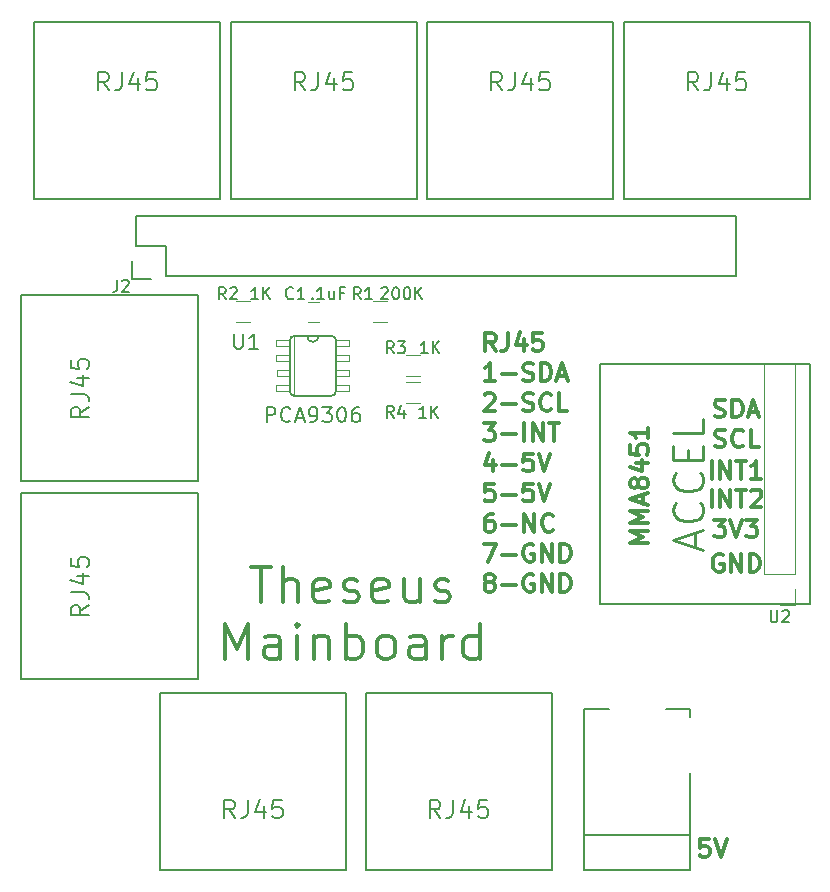
<source format=gto>
G04 #@! TF.FileFunction,Legend,Top*
%FSLAX46Y46*%
G04 Gerber Fmt 4.6, Leading zero omitted, Abs format (unit mm)*
G04 Created by KiCad (PCBNEW 4.0.7) date Thursday, May 03, 2018 'PMt' 09:09:37 PM*
%MOMM*%
%LPD*%
G01*
G04 APERTURE LIST*
%ADD10C,0.100000*%
%ADD11C,0.150000*%
%ADD12C,0.300000*%
%ADD13C,0.066040*%
%ADD14C,0.152400*%
%ADD15C,0.050800*%
%ADD16C,0.203200*%
%ADD17C,0.120000*%
%ADD18C,0.127000*%
%ADD19C,0.254000*%
G04 APERTURE END LIST*
D10*
D11*
X131357857Y-79859143D02*
X131405476Y-79906762D01*
X131357857Y-79954381D01*
X131310238Y-79906762D01*
X131357857Y-79859143D01*
X131357857Y-79954381D01*
X132357857Y-79954381D02*
X131786428Y-79954381D01*
X132072142Y-79954381D02*
X132072142Y-78954381D01*
X131976904Y-79097238D01*
X131881666Y-79192476D01*
X131786428Y-79240095D01*
X133215000Y-79287714D02*
X133215000Y-79954381D01*
X132786428Y-79287714D02*
X132786428Y-79811524D01*
X132834047Y-79906762D01*
X132929285Y-79954381D01*
X133072143Y-79954381D01*
X133167381Y-79906762D01*
X133215000Y-79859143D01*
X134024524Y-79430571D02*
X133691190Y-79430571D01*
X133691190Y-79954381D02*
X133691190Y-78954381D01*
X134167381Y-78954381D01*
X137199905Y-79049619D02*
X137247524Y-79002000D01*
X137342762Y-78954381D01*
X137580858Y-78954381D01*
X137676096Y-79002000D01*
X137723715Y-79049619D01*
X137771334Y-79144857D01*
X137771334Y-79240095D01*
X137723715Y-79382952D01*
X137152286Y-79954381D01*
X137771334Y-79954381D01*
X138390381Y-78954381D02*
X138485620Y-78954381D01*
X138580858Y-79002000D01*
X138628477Y-79049619D01*
X138676096Y-79144857D01*
X138723715Y-79335333D01*
X138723715Y-79573429D01*
X138676096Y-79763905D01*
X138628477Y-79859143D01*
X138580858Y-79906762D01*
X138485620Y-79954381D01*
X138390381Y-79954381D01*
X138295143Y-79906762D01*
X138247524Y-79859143D01*
X138199905Y-79763905D01*
X138152286Y-79573429D01*
X138152286Y-79335333D01*
X138199905Y-79144857D01*
X138247524Y-79049619D01*
X138295143Y-79002000D01*
X138390381Y-78954381D01*
X139342762Y-78954381D02*
X139438001Y-78954381D01*
X139533239Y-79002000D01*
X139580858Y-79049619D01*
X139628477Y-79144857D01*
X139676096Y-79335333D01*
X139676096Y-79573429D01*
X139628477Y-79763905D01*
X139580858Y-79859143D01*
X139533239Y-79906762D01*
X139438001Y-79954381D01*
X139342762Y-79954381D01*
X139247524Y-79906762D01*
X139199905Y-79859143D01*
X139152286Y-79763905D01*
X139104667Y-79573429D01*
X139104667Y-79335333D01*
X139152286Y-79144857D01*
X139199905Y-79049619D01*
X139247524Y-79002000D01*
X139342762Y-78954381D01*
X140104667Y-79954381D02*
X140104667Y-78954381D01*
X140676096Y-79954381D02*
X140247524Y-79382952D01*
X140676096Y-78954381D02*
X140104667Y-79525810D01*
X126785715Y-79954381D02*
X126214286Y-79954381D01*
X126500000Y-79954381D02*
X126500000Y-78954381D01*
X126404762Y-79097238D01*
X126309524Y-79192476D01*
X126214286Y-79240095D01*
X127214286Y-79954381D02*
X127214286Y-78954381D01*
X127785715Y-79954381D02*
X127357143Y-79382952D01*
X127785715Y-78954381D02*
X127214286Y-79525810D01*
X141009715Y-89987381D02*
X140438286Y-89987381D01*
X140724000Y-89987381D02*
X140724000Y-88987381D01*
X140628762Y-89130238D01*
X140533524Y-89225476D01*
X140438286Y-89273095D01*
X141438286Y-89987381D02*
X141438286Y-88987381D01*
X142009715Y-89987381D02*
X141581143Y-89415952D01*
X142009715Y-88987381D02*
X141438286Y-89558810D01*
X141136715Y-84526381D02*
X140565286Y-84526381D01*
X140851000Y-84526381D02*
X140851000Y-83526381D01*
X140755762Y-83669238D01*
X140660524Y-83764476D01*
X140565286Y-83812095D01*
X141565286Y-84526381D02*
X141565286Y-83526381D01*
X142136715Y-84526381D02*
X141708143Y-83954952D01*
X142136715Y-83526381D02*
X141565286Y-84097810D01*
D12*
X165437572Y-89888143D02*
X165651858Y-89959571D01*
X166009001Y-89959571D01*
X166151858Y-89888143D01*
X166223287Y-89816714D01*
X166294715Y-89673857D01*
X166294715Y-89531000D01*
X166223287Y-89388143D01*
X166151858Y-89316714D01*
X166009001Y-89245286D01*
X165723287Y-89173857D01*
X165580429Y-89102429D01*
X165509001Y-89031000D01*
X165437572Y-88888143D01*
X165437572Y-88745286D01*
X165509001Y-88602429D01*
X165580429Y-88531000D01*
X165723287Y-88459571D01*
X166080429Y-88459571D01*
X166294715Y-88531000D01*
X166937572Y-89959571D02*
X166937572Y-88459571D01*
X167294715Y-88459571D01*
X167509000Y-88531000D01*
X167651858Y-88673857D01*
X167723286Y-88816714D01*
X167794715Y-89102429D01*
X167794715Y-89316714D01*
X167723286Y-89602429D01*
X167651858Y-89745286D01*
X167509000Y-89888143D01*
X167294715Y-89959571D01*
X166937572Y-89959571D01*
X168366143Y-89531000D02*
X169080429Y-89531000D01*
X168223286Y-89959571D02*
X168723286Y-88459571D01*
X169223286Y-89959571D01*
X165473286Y-92428143D02*
X165687572Y-92499571D01*
X166044715Y-92499571D01*
X166187572Y-92428143D01*
X166259001Y-92356714D01*
X166330429Y-92213857D01*
X166330429Y-92071000D01*
X166259001Y-91928143D01*
X166187572Y-91856714D01*
X166044715Y-91785286D01*
X165759001Y-91713857D01*
X165616143Y-91642429D01*
X165544715Y-91571000D01*
X165473286Y-91428143D01*
X165473286Y-91285286D01*
X165544715Y-91142429D01*
X165616143Y-91071000D01*
X165759001Y-90999571D01*
X166116143Y-90999571D01*
X166330429Y-91071000D01*
X167830429Y-92356714D02*
X167759000Y-92428143D01*
X167544714Y-92499571D01*
X167401857Y-92499571D01*
X167187572Y-92428143D01*
X167044714Y-92285286D01*
X166973286Y-92142429D01*
X166901857Y-91856714D01*
X166901857Y-91642429D01*
X166973286Y-91356714D01*
X167044714Y-91213857D01*
X167187572Y-91071000D01*
X167401857Y-90999571D01*
X167544714Y-90999571D01*
X167759000Y-91071000D01*
X167830429Y-91142429D01*
X169187572Y-92499571D02*
X168473286Y-92499571D01*
X168473286Y-90999571D01*
X165187572Y-95166571D02*
X165187572Y-93666571D01*
X165901858Y-95166571D02*
X165901858Y-93666571D01*
X166759001Y-95166571D01*
X166759001Y-93666571D01*
X167259001Y-93666571D02*
X168116144Y-93666571D01*
X167687573Y-95166571D02*
X167687573Y-93666571D01*
X169401858Y-95166571D02*
X168544715Y-95166571D01*
X168973287Y-95166571D02*
X168973287Y-93666571D01*
X168830430Y-93880857D01*
X168687572Y-94023714D01*
X168544715Y-94095143D01*
X165187572Y-97579571D02*
X165187572Y-96079571D01*
X165901858Y-97579571D02*
X165901858Y-96079571D01*
X166759001Y-97579571D01*
X166759001Y-96079571D01*
X167259001Y-96079571D02*
X168116144Y-96079571D01*
X167687573Y-97579571D02*
X167687573Y-96079571D01*
X168544715Y-96222429D02*
X168616144Y-96151000D01*
X168759001Y-96079571D01*
X169116144Y-96079571D01*
X169259001Y-96151000D01*
X169330430Y-96222429D01*
X169401858Y-96365286D01*
X169401858Y-96508143D01*
X169330430Y-96722429D01*
X168473287Y-97579571D01*
X169401858Y-97579571D01*
X165401858Y-98619571D02*
X166330429Y-98619571D01*
X165830429Y-99191000D01*
X166044715Y-99191000D01*
X166187572Y-99262429D01*
X166259001Y-99333857D01*
X166330429Y-99476714D01*
X166330429Y-99833857D01*
X166259001Y-99976714D01*
X166187572Y-100048143D01*
X166044715Y-100119571D01*
X165616143Y-100119571D01*
X165473286Y-100048143D01*
X165401858Y-99976714D01*
X166759000Y-98619571D02*
X167259000Y-100119571D01*
X167759000Y-98619571D01*
X168116143Y-98619571D02*
X169044714Y-98619571D01*
X168544714Y-99191000D01*
X168759000Y-99191000D01*
X168901857Y-99262429D01*
X168973286Y-99333857D01*
X169044714Y-99476714D01*
X169044714Y-99833857D01*
X168973286Y-99976714D01*
X168901857Y-100048143D01*
X168759000Y-100119571D01*
X168330428Y-100119571D01*
X168187571Y-100048143D01*
X168116143Y-99976714D01*
X166116143Y-101612000D02*
X165973286Y-101540571D01*
X165759000Y-101540571D01*
X165544715Y-101612000D01*
X165401857Y-101754857D01*
X165330429Y-101897714D01*
X165259000Y-102183429D01*
X165259000Y-102397714D01*
X165330429Y-102683429D01*
X165401857Y-102826286D01*
X165544715Y-102969143D01*
X165759000Y-103040571D01*
X165901857Y-103040571D01*
X166116143Y-102969143D01*
X166187572Y-102897714D01*
X166187572Y-102397714D01*
X165901857Y-102397714D01*
X166830429Y-103040571D02*
X166830429Y-101540571D01*
X167687572Y-103040571D01*
X167687572Y-101540571D01*
X168401858Y-103040571D02*
X168401858Y-101540571D01*
X168759001Y-101540571D01*
X168973286Y-101612000D01*
X169116144Y-101754857D01*
X169187572Y-101897714D01*
X169259001Y-102183429D01*
X169259001Y-102397714D01*
X169187572Y-102683429D01*
X169116144Y-102826286D01*
X168973286Y-102969143D01*
X168759001Y-103040571D01*
X168401858Y-103040571D01*
X164941287Y-125670571D02*
X164227001Y-125670571D01*
X164155572Y-126384857D01*
X164227001Y-126313429D01*
X164369858Y-126242000D01*
X164727001Y-126242000D01*
X164869858Y-126313429D01*
X164941287Y-126384857D01*
X165012715Y-126527714D01*
X165012715Y-126884857D01*
X164941287Y-127027714D01*
X164869858Y-127099143D01*
X164727001Y-127170571D01*
X164369858Y-127170571D01*
X164227001Y-127099143D01*
X164155572Y-127027714D01*
X165441286Y-125670571D02*
X165941286Y-127170571D01*
X166441286Y-125670571D01*
X126175571Y-102637143D02*
X127889857Y-102637143D01*
X127032714Y-105637143D02*
X127032714Y-102637143D01*
X128889857Y-105637143D02*
X128889857Y-102637143D01*
X130175571Y-105637143D02*
X130175571Y-104065714D01*
X130032714Y-103780000D01*
X129747000Y-103637143D01*
X129318428Y-103637143D01*
X129032714Y-103780000D01*
X128889857Y-103922857D01*
X132747000Y-105494286D02*
X132461286Y-105637143D01*
X131889857Y-105637143D01*
X131604143Y-105494286D01*
X131461286Y-105208571D01*
X131461286Y-104065714D01*
X131604143Y-103780000D01*
X131889857Y-103637143D01*
X132461286Y-103637143D01*
X132747000Y-103780000D01*
X132889857Y-104065714D01*
X132889857Y-104351429D01*
X131461286Y-104637143D01*
X134032715Y-105494286D02*
X134318429Y-105637143D01*
X134889857Y-105637143D01*
X135175572Y-105494286D01*
X135318429Y-105208571D01*
X135318429Y-105065714D01*
X135175572Y-104780000D01*
X134889857Y-104637143D01*
X134461286Y-104637143D01*
X134175572Y-104494286D01*
X134032715Y-104208571D01*
X134032715Y-104065714D01*
X134175572Y-103780000D01*
X134461286Y-103637143D01*
X134889857Y-103637143D01*
X135175572Y-103780000D01*
X137747000Y-105494286D02*
X137461286Y-105637143D01*
X136889857Y-105637143D01*
X136604143Y-105494286D01*
X136461286Y-105208571D01*
X136461286Y-104065714D01*
X136604143Y-103780000D01*
X136889857Y-103637143D01*
X137461286Y-103637143D01*
X137747000Y-103780000D01*
X137889857Y-104065714D01*
X137889857Y-104351429D01*
X136461286Y-104637143D01*
X140461286Y-103637143D02*
X140461286Y-105637143D01*
X139175572Y-103637143D02*
X139175572Y-105208571D01*
X139318429Y-105494286D01*
X139604143Y-105637143D01*
X140032715Y-105637143D01*
X140318429Y-105494286D01*
X140461286Y-105351429D01*
X141747001Y-105494286D02*
X142032715Y-105637143D01*
X142604143Y-105637143D01*
X142889858Y-105494286D01*
X143032715Y-105208571D01*
X143032715Y-105065714D01*
X142889858Y-104780000D01*
X142604143Y-104637143D01*
X142175572Y-104637143D01*
X141889858Y-104494286D01*
X141747001Y-104208571D01*
X141747001Y-104065714D01*
X141889858Y-103780000D01*
X142175572Y-103637143D01*
X142604143Y-103637143D01*
X142889858Y-103780000D01*
X123961286Y-110437143D02*
X123961286Y-107437143D01*
X124961286Y-109580000D01*
X125961286Y-107437143D01*
X125961286Y-110437143D01*
X128675571Y-110437143D02*
X128675571Y-108865714D01*
X128532714Y-108580000D01*
X128247000Y-108437143D01*
X127675571Y-108437143D01*
X127389857Y-108580000D01*
X128675571Y-110294286D02*
X128389857Y-110437143D01*
X127675571Y-110437143D01*
X127389857Y-110294286D01*
X127247000Y-110008571D01*
X127247000Y-109722857D01*
X127389857Y-109437143D01*
X127675571Y-109294286D01*
X128389857Y-109294286D01*
X128675571Y-109151429D01*
X130104143Y-110437143D02*
X130104143Y-108437143D01*
X130104143Y-107437143D02*
X129961286Y-107580000D01*
X130104143Y-107722857D01*
X130247000Y-107580000D01*
X130104143Y-107437143D01*
X130104143Y-107722857D01*
X131532714Y-108437143D02*
X131532714Y-110437143D01*
X131532714Y-108722857D02*
X131675571Y-108580000D01*
X131961285Y-108437143D01*
X132389857Y-108437143D01*
X132675571Y-108580000D01*
X132818428Y-108865714D01*
X132818428Y-110437143D01*
X134247000Y-110437143D02*
X134247000Y-107437143D01*
X134247000Y-108580000D02*
X134532714Y-108437143D01*
X135104143Y-108437143D01*
X135389857Y-108580000D01*
X135532714Y-108722857D01*
X135675571Y-109008571D01*
X135675571Y-109865714D01*
X135532714Y-110151429D01*
X135389857Y-110294286D01*
X135104143Y-110437143D01*
X134532714Y-110437143D01*
X134247000Y-110294286D01*
X137389857Y-110437143D02*
X137104143Y-110294286D01*
X136961286Y-110151429D01*
X136818429Y-109865714D01*
X136818429Y-109008571D01*
X136961286Y-108722857D01*
X137104143Y-108580000D01*
X137389857Y-108437143D01*
X137818429Y-108437143D01*
X138104143Y-108580000D01*
X138247000Y-108722857D01*
X138389857Y-109008571D01*
X138389857Y-109865714D01*
X138247000Y-110151429D01*
X138104143Y-110294286D01*
X137818429Y-110437143D01*
X137389857Y-110437143D01*
X140961286Y-110437143D02*
X140961286Y-108865714D01*
X140818429Y-108580000D01*
X140532715Y-108437143D01*
X139961286Y-108437143D01*
X139675572Y-108580000D01*
X140961286Y-110294286D02*
X140675572Y-110437143D01*
X139961286Y-110437143D01*
X139675572Y-110294286D01*
X139532715Y-110008571D01*
X139532715Y-109722857D01*
X139675572Y-109437143D01*
X139961286Y-109294286D01*
X140675572Y-109294286D01*
X140961286Y-109151429D01*
X142389858Y-110437143D02*
X142389858Y-108437143D01*
X142389858Y-109008571D02*
X142532715Y-108722857D01*
X142675572Y-108580000D01*
X142961286Y-108437143D01*
X143247001Y-108437143D01*
X145532715Y-110437143D02*
X145532715Y-107437143D01*
X145532715Y-110294286D02*
X145247001Y-110437143D01*
X144675572Y-110437143D01*
X144389858Y-110294286D01*
X144247001Y-110151429D01*
X144104144Y-109865714D01*
X144104144Y-109008571D01*
X144247001Y-108722857D01*
X144389858Y-108580000D01*
X144675572Y-108437143D01*
X145247001Y-108437143D01*
X145532715Y-108580000D01*
X146883286Y-84331571D02*
X146383286Y-83617286D01*
X146026143Y-84331571D02*
X146026143Y-82831571D01*
X146597571Y-82831571D01*
X146740429Y-82903000D01*
X146811857Y-82974429D01*
X146883286Y-83117286D01*
X146883286Y-83331571D01*
X146811857Y-83474429D01*
X146740429Y-83545857D01*
X146597571Y-83617286D01*
X146026143Y-83617286D01*
X147954714Y-82831571D02*
X147954714Y-83903000D01*
X147883286Y-84117286D01*
X147740429Y-84260143D01*
X147526143Y-84331571D01*
X147383286Y-84331571D01*
X149311857Y-83331571D02*
X149311857Y-84331571D01*
X148954714Y-82760143D02*
X148597571Y-83831571D01*
X149526143Y-83831571D01*
X150811857Y-82831571D02*
X150097571Y-82831571D01*
X150026142Y-83545857D01*
X150097571Y-83474429D01*
X150240428Y-83403000D01*
X150597571Y-83403000D01*
X150740428Y-83474429D01*
X150811857Y-83545857D01*
X150883285Y-83688714D01*
X150883285Y-84045857D01*
X150811857Y-84188714D01*
X150740428Y-84260143D01*
X150597571Y-84331571D01*
X150240428Y-84331571D01*
X150097571Y-84260143D01*
X150026142Y-84188714D01*
X146811857Y-86881571D02*
X145954714Y-86881571D01*
X146383286Y-86881571D02*
X146383286Y-85381571D01*
X146240429Y-85595857D01*
X146097571Y-85738714D01*
X145954714Y-85810143D01*
X147454714Y-86310143D02*
X148597571Y-86310143D01*
X149240428Y-86810143D02*
X149454714Y-86881571D01*
X149811857Y-86881571D01*
X149954714Y-86810143D01*
X150026143Y-86738714D01*
X150097571Y-86595857D01*
X150097571Y-86453000D01*
X150026143Y-86310143D01*
X149954714Y-86238714D01*
X149811857Y-86167286D01*
X149526143Y-86095857D01*
X149383285Y-86024429D01*
X149311857Y-85953000D01*
X149240428Y-85810143D01*
X149240428Y-85667286D01*
X149311857Y-85524429D01*
X149383285Y-85453000D01*
X149526143Y-85381571D01*
X149883285Y-85381571D01*
X150097571Y-85453000D01*
X150740428Y-86881571D02*
X150740428Y-85381571D01*
X151097571Y-85381571D01*
X151311856Y-85453000D01*
X151454714Y-85595857D01*
X151526142Y-85738714D01*
X151597571Y-86024429D01*
X151597571Y-86238714D01*
X151526142Y-86524429D01*
X151454714Y-86667286D01*
X151311856Y-86810143D01*
X151097571Y-86881571D01*
X150740428Y-86881571D01*
X152168999Y-86453000D02*
X152883285Y-86453000D01*
X152026142Y-86881571D02*
X152526142Y-85381571D01*
X153026142Y-86881571D01*
X145954714Y-88074429D02*
X146026143Y-88003000D01*
X146169000Y-87931571D01*
X146526143Y-87931571D01*
X146669000Y-88003000D01*
X146740429Y-88074429D01*
X146811857Y-88217286D01*
X146811857Y-88360143D01*
X146740429Y-88574429D01*
X145883286Y-89431571D01*
X146811857Y-89431571D01*
X147454714Y-88860143D02*
X148597571Y-88860143D01*
X149240428Y-89360143D02*
X149454714Y-89431571D01*
X149811857Y-89431571D01*
X149954714Y-89360143D01*
X150026143Y-89288714D01*
X150097571Y-89145857D01*
X150097571Y-89003000D01*
X150026143Y-88860143D01*
X149954714Y-88788714D01*
X149811857Y-88717286D01*
X149526143Y-88645857D01*
X149383285Y-88574429D01*
X149311857Y-88503000D01*
X149240428Y-88360143D01*
X149240428Y-88217286D01*
X149311857Y-88074429D01*
X149383285Y-88003000D01*
X149526143Y-87931571D01*
X149883285Y-87931571D01*
X150097571Y-88003000D01*
X151597571Y-89288714D02*
X151526142Y-89360143D01*
X151311856Y-89431571D01*
X151168999Y-89431571D01*
X150954714Y-89360143D01*
X150811856Y-89217286D01*
X150740428Y-89074429D01*
X150668999Y-88788714D01*
X150668999Y-88574429D01*
X150740428Y-88288714D01*
X150811856Y-88145857D01*
X150954714Y-88003000D01*
X151168999Y-87931571D01*
X151311856Y-87931571D01*
X151526142Y-88003000D01*
X151597571Y-88074429D01*
X152954714Y-89431571D02*
X152240428Y-89431571D01*
X152240428Y-87931571D01*
X145883286Y-90481571D02*
X146811857Y-90481571D01*
X146311857Y-91053000D01*
X146526143Y-91053000D01*
X146669000Y-91124429D01*
X146740429Y-91195857D01*
X146811857Y-91338714D01*
X146811857Y-91695857D01*
X146740429Y-91838714D01*
X146669000Y-91910143D01*
X146526143Y-91981571D01*
X146097571Y-91981571D01*
X145954714Y-91910143D01*
X145883286Y-91838714D01*
X147454714Y-91410143D02*
X148597571Y-91410143D01*
X149311857Y-91981571D02*
X149311857Y-90481571D01*
X150026143Y-91981571D02*
X150026143Y-90481571D01*
X150883286Y-91981571D01*
X150883286Y-90481571D01*
X151383286Y-90481571D02*
X152240429Y-90481571D01*
X151811858Y-91981571D02*
X151811858Y-90481571D01*
X146669000Y-93531571D02*
X146669000Y-94531571D01*
X146311857Y-92960143D02*
X145954714Y-94031571D01*
X146883286Y-94031571D01*
X147454714Y-93960143D02*
X148597571Y-93960143D01*
X150026143Y-93031571D02*
X149311857Y-93031571D01*
X149240428Y-93745857D01*
X149311857Y-93674429D01*
X149454714Y-93603000D01*
X149811857Y-93603000D01*
X149954714Y-93674429D01*
X150026143Y-93745857D01*
X150097571Y-93888714D01*
X150097571Y-94245857D01*
X150026143Y-94388714D01*
X149954714Y-94460143D01*
X149811857Y-94531571D01*
X149454714Y-94531571D01*
X149311857Y-94460143D01*
X149240428Y-94388714D01*
X150526142Y-93031571D02*
X151026142Y-94531571D01*
X151526142Y-93031571D01*
X146740429Y-95581571D02*
X146026143Y-95581571D01*
X145954714Y-96295857D01*
X146026143Y-96224429D01*
X146169000Y-96153000D01*
X146526143Y-96153000D01*
X146669000Y-96224429D01*
X146740429Y-96295857D01*
X146811857Y-96438714D01*
X146811857Y-96795857D01*
X146740429Y-96938714D01*
X146669000Y-97010143D01*
X146526143Y-97081571D01*
X146169000Y-97081571D01*
X146026143Y-97010143D01*
X145954714Y-96938714D01*
X147454714Y-96510143D02*
X148597571Y-96510143D01*
X150026143Y-95581571D02*
X149311857Y-95581571D01*
X149240428Y-96295857D01*
X149311857Y-96224429D01*
X149454714Y-96153000D01*
X149811857Y-96153000D01*
X149954714Y-96224429D01*
X150026143Y-96295857D01*
X150097571Y-96438714D01*
X150097571Y-96795857D01*
X150026143Y-96938714D01*
X149954714Y-97010143D01*
X149811857Y-97081571D01*
X149454714Y-97081571D01*
X149311857Y-97010143D01*
X149240428Y-96938714D01*
X150526142Y-95581571D02*
X151026142Y-97081571D01*
X151526142Y-95581571D01*
X146669000Y-98131571D02*
X146383286Y-98131571D01*
X146240429Y-98203000D01*
X146169000Y-98274429D01*
X146026143Y-98488714D01*
X145954714Y-98774429D01*
X145954714Y-99345857D01*
X146026143Y-99488714D01*
X146097571Y-99560143D01*
X146240429Y-99631571D01*
X146526143Y-99631571D01*
X146669000Y-99560143D01*
X146740429Y-99488714D01*
X146811857Y-99345857D01*
X146811857Y-98988714D01*
X146740429Y-98845857D01*
X146669000Y-98774429D01*
X146526143Y-98703000D01*
X146240429Y-98703000D01*
X146097571Y-98774429D01*
X146026143Y-98845857D01*
X145954714Y-98988714D01*
X147454714Y-99060143D02*
X148597571Y-99060143D01*
X149311857Y-99631571D02*
X149311857Y-98131571D01*
X150169000Y-99631571D01*
X150169000Y-98131571D01*
X151740429Y-99488714D02*
X151669000Y-99560143D01*
X151454714Y-99631571D01*
X151311857Y-99631571D01*
X151097572Y-99560143D01*
X150954714Y-99417286D01*
X150883286Y-99274429D01*
X150811857Y-98988714D01*
X150811857Y-98774429D01*
X150883286Y-98488714D01*
X150954714Y-98345857D01*
X151097572Y-98203000D01*
X151311857Y-98131571D01*
X151454714Y-98131571D01*
X151669000Y-98203000D01*
X151740429Y-98274429D01*
X145883286Y-100681571D02*
X146883286Y-100681571D01*
X146240429Y-102181571D01*
X147454714Y-101610143D02*
X148597571Y-101610143D01*
X150097571Y-100753000D02*
X149954714Y-100681571D01*
X149740428Y-100681571D01*
X149526143Y-100753000D01*
X149383285Y-100895857D01*
X149311857Y-101038714D01*
X149240428Y-101324429D01*
X149240428Y-101538714D01*
X149311857Y-101824429D01*
X149383285Y-101967286D01*
X149526143Y-102110143D01*
X149740428Y-102181571D01*
X149883285Y-102181571D01*
X150097571Y-102110143D01*
X150169000Y-102038714D01*
X150169000Y-101538714D01*
X149883285Y-101538714D01*
X150811857Y-102181571D02*
X150811857Y-100681571D01*
X151669000Y-102181571D01*
X151669000Y-100681571D01*
X152383286Y-102181571D02*
X152383286Y-100681571D01*
X152740429Y-100681571D01*
X152954714Y-100753000D01*
X153097572Y-100895857D01*
X153169000Y-101038714D01*
X153240429Y-101324429D01*
X153240429Y-101538714D01*
X153169000Y-101824429D01*
X153097572Y-101967286D01*
X152954714Y-102110143D01*
X152740429Y-102181571D01*
X152383286Y-102181571D01*
X146240429Y-103874429D02*
X146097571Y-103803000D01*
X146026143Y-103731571D01*
X145954714Y-103588714D01*
X145954714Y-103517286D01*
X146026143Y-103374429D01*
X146097571Y-103303000D01*
X146240429Y-103231571D01*
X146526143Y-103231571D01*
X146669000Y-103303000D01*
X146740429Y-103374429D01*
X146811857Y-103517286D01*
X146811857Y-103588714D01*
X146740429Y-103731571D01*
X146669000Y-103803000D01*
X146526143Y-103874429D01*
X146240429Y-103874429D01*
X146097571Y-103945857D01*
X146026143Y-104017286D01*
X145954714Y-104160143D01*
X145954714Y-104445857D01*
X146026143Y-104588714D01*
X146097571Y-104660143D01*
X146240429Y-104731571D01*
X146526143Y-104731571D01*
X146669000Y-104660143D01*
X146740429Y-104588714D01*
X146811857Y-104445857D01*
X146811857Y-104160143D01*
X146740429Y-104017286D01*
X146669000Y-103945857D01*
X146526143Y-103874429D01*
X147454714Y-104160143D02*
X148597571Y-104160143D01*
X150097571Y-103303000D02*
X149954714Y-103231571D01*
X149740428Y-103231571D01*
X149526143Y-103303000D01*
X149383285Y-103445857D01*
X149311857Y-103588714D01*
X149240428Y-103874429D01*
X149240428Y-104088714D01*
X149311857Y-104374429D01*
X149383285Y-104517286D01*
X149526143Y-104660143D01*
X149740428Y-104731571D01*
X149883285Y-104731571D01*
X150097571Y-104660143D01*
X150169000Y-104588714D01*
X150169000Y-104088714D01*
X149883285Y-104088714D01*
X150811857Y-104731571D02*
X150811857Y-103231571D01*
X151669000Y-104731571D01*
X151669000Y-103231571D01*
X152383286Y-104731571D02*
X152383286Y-103231571D01*
X152740429Y-103231571D01*
X152954714Y-103303000D01*
X153097572Y-103445857D01*
X153169000Y-103588714D01*
X153240429Y-103874429D01*
X153240429Y-104088714D01*
X153169000Y-104374429D01*
X153097572Y-104517286D01*
X152954714Y-104660143D01*
X152740429Y-104731571D01*
X152383286Y-104731571D01*
X159809571Y-100615142D02*
X158309571Y-100615142D01*
X159381000Y-100115142D01*
X158309571Y-99615142D01*
X159809571Y-99615142D01*
X159809571Y-98900856D02*
X158309571Y-98900856D01*
X159381000Y-98400856D01*
X158309571Y-97900856D01*
X159809571Y-97900856D01*
X159381000Y-97257999D02*
X159381000Y-96543713D01*
X159809571Y-97400856D02*
X158309571Y-96900856D01*
X159809571Y-96400856D01*
X158952429Y-95686570D02*
X158881000Y-95829428D01*
X158809571Y-95900856D01*
X158666714Y-95972285D01*
X158595286Y-95972285D01*
X158452429Y-95900856D01*
X158381000Y-95829428D01*
X158309571Y-95686570D01*
X158309571Y-95400856D01*
X158381000Y-95257999D01*
X158452429Y-95186570D01*
X158595286Y-95115142D01*
X158666714Y-95115142D01*
X158809571Y-95186570D01*
X158881000Y-95257999D01*
X158952429Y-95400856D01*
X158952429Y-95686570D01*
X159023857Y-95829428D01*
X159095286Y-95900856D01*
X159238143Y-95972285D01*
X159523857Y-95972285D01*
X159666714Y-95900856D01*
X159738143Y-95829428D01*
X159809571Y-95686570D01*
X159809571Y-95400856D01*
X159738143Y-95257999D01*
X159666714Y-95186570D01*
X159523857Y-95115142D01*
X159238143Y-95115142D01*
X159095286Y-95186570D01*
X159023857Y-95257999D01*
X158952429Y-95400856D01*
X158809571Y-93829428D02*
X159809571Y-93829428D01*
X158238143Y-94186571D02*
X159309571Y-94543714D01*
X159309571Y-93615142D01*
X158309571Y-92329428D02*
X158309571Y-93043714D01*
X159023857Y-93115143D01*
X158952429Y-93043714D01*
X158881000Y-92900857D01*
X158881000Y-92543714D01*
X158952429Y-92400857D01*
X159023857Y-92329428D01*
X159166714Y-92258000D01*
X159523857Y-92258000D01*
X159666714Y-92329428D01*
X159738143Y-92400857D01*
X159809571Y-92543714D01*
X159809571Y-92900857D01*
X159738143Y-93043714D01*
X159666714Y-93115143D01*
X159809571Y-90829429D02*
X159809571Y-91686572D01*
X159809571Y-91258000D02*
X158309571Y-91258000D01*
X158523857Y-91400857D01*
X158666714Y-91543715D01*
X158738143Y-91686572D01*
D13*
X133375400Y-87249000D02*
X133375400Y-87757000D01*
X133375400Y-87757000D02*
X134518400Y-87757000D01*
X134518400Y-87249000D02*
X134518400Y-87757000D01*
X133375400Y-87249000D02*
X134518400Y-87249000D01*
X128320800Y-83439000D02*
X128320800Y-83947000D01*
X128320800Y-83947000D02*
X129463800Y-83947000D01*
X129463800Y-83439000D02*
X129463800Y-83947000D01*
X128320800Y-83439000D02*
X129463800Y-83439000D01*
X128320800Y-84709000D02*
X128320800Y-85217000D01*
X128320800Y-85217000D02*
X129463800Y-85217000D01*
X129463800Y-84709000D02*
X129463800Y-85217000D01*
X128320800Y-84709000D02*
X129463800Y-84709000D01*
X128346200Y-85979000D02*
X128346200Y-86487000D01*
X128346200Y-86487000D02*
X129489200Y-86487000D01*
X129489200Y-85979000D02*
X129489200Y-86487000D01*
X128346200Y-85979000D02*
X129489200Y-85979000D01*
X128320800Y-87249000D02*
X128320800Y-87757000D01*
X128320800Y-87757000D02*
X129463800Y-87757000D01*
X129463800Y-87249000D02*
X129463800Y-87757000D01*
X128320800Y-87249000D02*
X129463800Y-87249000D01*
X133375400Y-85979000D02*
X133375400Y-86487000D01*
X133375400Y-86487000D02*
X134518400Y-86487000D01*
X134518400Y-85979000D02*
X134518400Y-86487000D01*
X133375400Y-85979000D02*
X134518400Y-85979000D01*
X133375400Y-84709000D02*
X133375400Y-85217000D01*
X133375400Y-85217000D02*
X134518400Y-85217000D01*
X134518400Y-84709000D02*
X134518400Y-85217000D01*
X133375400Y-84709000D02*
X134518400Y-84709000D01*
X133375400Y-83439000D02*
X133375400Y-83947000D01*
X133375400Y-83947000D02*
X134518400Y-83947000D01*
X134518400Y-83439000D02*
X134518400Y-83947000D01*
X133375400Y-83439000D02*
X134518400Y-83439000D01*
D14*
X133375400Y-87757000D02*
X133375400Y-83439000D01*
X129463800Y-83439000D02*
X129463800Y-87757000D01*
X129844800Y-88138000D02*
X132994400Y-88138000D01*
X132994400Y-83058000D02*
X129844800Y-83058000D01*
D15*
X129819400Y-83058000D02*
X129819400Y-88138000D01*
D14*
X129463800Y-87757000D02*
G75*
G03X129844800Y-88138000I381000J0D01*
G01*
X133375400Y-83439000D02*
G75*
G03X132994400Y-83058000I-381000J0D01*
G01*
X132994400Y-88138000D02*
G75*
G03X133375400Y-87757000I0J381000D01*
G01*
X129844800Y-83058000D02*
G75*
G03X129463800Y-83439000I0J-381000D01*
G01*
X130911600Y-83058000D02*
G75*
G03X131927600Y-83058000I508000J0D01*
G01*
D16*
X163375340Y-114650520D02*
X161274760Y-114650520D01*
X154378660Y-125349000D02*
X154378660Y-128249680D01*
X163375340Y-128249680D02*
X163375340Y-125349000D01*
X163375340Y-128249680D02*
X154378660Y-128249680D01*
X163375340Y-125349000D02*
X163375340Y-120050560D01*
X163375340Y-114650520D02*
X163375340Y-115349020D01*
X154378660Y-125349000D02*
X154378660Y-114650520D01*
X154378660Y-114650520D02*
X156479240Y-114650520D01*
X154378660Y-125349000D02*
X163375340Y-125349000D01*
D11*
X173482000Y-85471000D02*
X173482000Y-105791000D01*
X155702000Y-85471000D02*
X173482000Y-85471000D01*
X155702000Y-105791000D02*
X155702000Y-85471000D01*
X173482000Y-105791000D02*
X155702000Y-105791000D01*
D17*
X172272000Y-85411000D02*
X169612000Y-85411000D01*
X172272000Y-103251000D02*
X172272000Y-85411000D01*
X169612000Y-103251000D02*
X169612000Y-85411000D01*
X172272000Y-103251000D02*
X169612000Y-103251000D01*
X172272000Y-104521000D02*
X172272000Y-105851000D01*
X172272000Y-105851000D02*
X170942000Y-105851000D01*
D11*
X167215000Y-72920000D02*
X116415000Y-72920000D01*
X118955000Y-78000000D02*
X167215000Y-78000000D01*
X167215000Y-72920000D02*
X167215000Y-78000000D01*
X116415000Y-72920000D02*
X116415000Y-75460000D01*
X116135000Y-76730000D02*
X116135000Y-78280000D01*
X116415000Y-75460000D02*
X118955000Y-75460000D01*
X118955000Y-75460000D02*
X118955000Y-78000000D01*
X116135000Y-78280000D02*
X117685000Y-78280000D01*
D17*
X130965000Y-81876000D02*
X131965000Y-81876000D01*
X131965000Y-80176000D02*
X130965000Y-80176000D01*
X136513000Y-80146000D02*
X137713000Y-80146000D01*
X137713000Y-81906000D02*
X136513000Y-81906000D01*
X124923000Y-80146000D02*
X126123000Y-80146000D01*
X126123000Y-81906000D02*
X124923000Y-81906000D01*
X139274000Y-84718000D02*
X140474000Y-84718000D01*
X140474000Y-86478000D02*
X139274000Y-86478000D01*
X139274000Y-87004000D02*
X140474000Y-87004000D01*
X140474000Y-88764000D02*
X139274000Y-88764000D01*
D11*
X173230000Y-71501000D02*
X157736000Y-71501000D01*
X157736000Y-71501000D02*
X157736000Y-56515000D01*
X157736000Y-56515000D02*
X173484000Y-56515000D01*
X173484000Y-56515000D02*
X173484000Y-71501000D01*
X173484000Y-71501000D02*
X173230000Y-71501000D01*
X156585000Y-71501000D02*
X141091000Y-71501000D01*
X141091000Y-71501000D02*
X141091000Y-56515000D01*
X141091000Y-56515000D02*
X156839000Y-56515000D01*
X156839000Y-56515000D02*
X156839000Y-71501000D01*
X156839000Y-71501000D02*
X156585000Y-71501000D01*
X139948000Y-71499000D02*
X124454000Y-71499000D01*
X124454000Y-71499000D02*
X124454000Y-56513000D01*
X124454000Y-56513000D02*
X140202000Y-56513000D01*
X140202000Y-56513000D02*
X140202000Y-71499000D01*
X140202000Y-71499000D02*
X139948000Y-71499000D01*
X123319000Y-71499000D02*
X107825000Y-71499000D01*
X107825000Y-71499000D02*
X107825000Y-56513000D01*
X107825000Y-56513000D02*
X123573000Y-56513000D01*
X123573000Y-56513000D02*
X123573000Y-71499000D01*
X123573000Y-71499000D02*
X123319000Y-71499000D01*
X121664000Y-79881000D02*
X121664000Y-95375000D01*
X121664000Y-95375000D02*
X106678000Y-95375000D01*
X106678000Y-95375000D02*
X106678000Y-79627000D01*
X106678000Y-79627000D02*
X121664000Y-79627000D01*
X121664000Y-79627000D02*
X121664000Y-79881000D01*
X121664000Y-96653000D02*
X121664000Y-112147000D01*
X121664000Y-112147000D02*
X106678000Y-112147000D01*
X106678000Y-112147000D02*
X106678000Y-96399000D01*
X106678000Y-96399000D02*
X121664000Y-96399000D01*
X121664000Y-96399000D02*
X121664000Y-96653000D01*
X118743000Y-113286000D02*
X134237000Y-113286000D01*
X134237000Y-113286000D02*
X134237000Y-128272000D01*
X134237000Y-128272000D02*
X118489000Y-128272000D01*
X118489000Y-128272000D02*
X118489000Y-113286000D01*
X118489000Y-113286000D02*
X118743000Y-113286000D01*
X136144000Y-113286000D02*
X151638000Y-113286000D01*
X151638000Y-113286000D02*
X151638000Y-128272000D01*
X151638000Y-128272000D02*
X135890000Y-128272000D01*
X135890000Y-128272000D02*
X135890000Y-113286000D01*
X135890000Y-113286000D02*
X136144000Y-113286000D01*
D18*
X124762381Y-82870524D02*
X124762381Y-83898619D01*
X124822857Y-84019571D01*
X124883333Y-84080048D01*
X125004286Y-84140524D01*
X125246190Y-84140524D01*
X125367143Y-84080048D01*
X125427619Y-84019571D01*
X125488095Y-83898619D01*
X125488095Y-82870524D01*
X126758095Y-84140524D02*
X126032381Y-84140524D01*
X126395238Y-84140524D02*
X126395238Y-82870524D01*
X126274286Y-83051952D01*
X126153333Y-83172905D01*
X126032381Y-83233381D01*
X127514048Y-90363524D02*
X127514048Y-89093524D01*
X127997857Y-89093524D01*
X128118810Y-89154000D01*
X128179286Y-89214476D01*
X128239762Y-89335429D01*
X128239762Y-89516857D01*
X128179286Y-89637810D01*
X128118810Y-89698286D01*
X127997857Y-89758762D01*
X127514048Y-89758762D01*
X129509762Y-90242571D02*
X129449286Y-90303048D01*
X129267857Y-90363524D01*
X129146905Y-90363524D01*
X128965477Y-90303048D01*
X128844524Y-90182095D01*
X128784048Y-90061143D01*
X128723572Y-89819238D01*
X128723572Y-89637810D01*
X128784048Y-89395905D01*
X128844524Y-89274952D01*
X128965477Y-89154000D01*
X129146905Y-89093524D01*
X129267857Y-89093524D01*
X129449286Y-89154000D01*
X129509762Y-89214476D01*
X129993572Y-90000667D02*
X130598334Y-90000667D01*
X129872619Y-90363524D02*
X130295953Y-89093524D01*
X130719286Y-90363524D01*
X131203095Y-90363524D02*
X131445000Y-90363524D01*
X131565952Y-90303048D01*
X131626428Y-90242571D01*
X131747381Y-90061143D01*
X131807857Y-89819238D01*
X131807857Y-89335429D01*
X131747381Y-89214476D01*
X131686905Y-89154000D01*
X131565952Y-89093524D01*
X131324048Y-89093524D01*
X131203095Y-89154000D01*
X131142619Y-89214476D01*
X131082143Y-89335429D01*
X131082143Y-89637810D01*
X131142619Y-89758762D01*
X131203095Y-89819238D01*
X131324048Y-89879714D01*
X131565952Y-89879714D01*
X131686905Y-89819238D01*
X131747381Y-89758762D01*
X131807857Y-89637810D01*
X132231191Y-89093524D02*
X133017381Y-89093524D01*
X132594048Y-89577333D01*
X132775476Y-89577333D01*
X132896429Y-89637810D01*
X132956905Y-89698286D01*
X133017381Y-89819238D01*
X133017381Y-90121619D01*
X132956905Y-90242571D01*
X132896429Y-90303048D01*
X132775476Y-90363524D01*
X132412619Y-90363524D01*
X132291667Y-90303048D01*
X132231191Y-90242571D01*
X133803572Y-89093524D02*
X133924524Y-89093524D01*
X134045476Y-89154000D01*
X134105953Y-89214476D01*
X134166429Y-89335429D01*
X134226905Y-89577333D01*
X134226905Y-89879714D01*
X134166429Y-90121619D01*
X134105953Y-90242571D01*
X134045476Y-90303048D01*
X133924524Y-90363524D01*
X133803572Y-90363524D01*
X133682619Y-90303048D01*
X133622143Y-90242571D01*
X133561667Y-90121619D01*
X133501191Y-89879714D01*
X133501191Y-89577333D01*
X133561667Y-89335429D01*
X133622143Y-89214476D01*
X133682619Y-89154000D01*
X133803572Y-89093524D01*
X135315477Y-89093524D02*
X135073572Y-89093524D01*
X134952620Y-89154000D01*
X134892143Y-89214476D01*
X134771191Y-89395905D01*
X134710715Y-89637810D01*
X134710715Y-90121619D01*
X134771191Y-90242571D01*
X134831667Y-90303048D01*
X134952620Y-90363524D01*
X135194524Y-90363524D01*
X135315477Y-90303048D01*
X135375953Y-90242571D01*
X135436429Y-90121619D01*
X135436429Y-89819238D01*
X135375953Y-89698286D01*
X135315477Y-89637810D01*
X135194524Y-89577333D01*
X134952620Y-89577333D01*
X134831667Y-89637810D01*
X134771191Y-89698286D01*
X134710715Y-89819238D01*
D11*
X170180095Y-106303381D02*
X170180095Y-107112905D01*
X170227714Y-107208143D01*
X170275333Y-107255762D01*
X170370571Y-107303381D01*
X170561048Y-107303381D01*
X170656286Y-107255762D01*
X170703905Y-107208143D01*
X170751524Y-107112905D01*
X170751524Y-106303381D01*
X171180095Y-106398619D02*
X171227714Y-106351000D01*
X171322952Y-106303381D01*
X171561048Y-106303381D01*
X171656286Y-106351000D01*
X171703905Y-106398619D01*
X171751524Y-106493857D01*
X171751524Y-106589095D01*
X171703905Y-106731952D01*
X171132476Y-107303381D01*
X171751524Y-107303381D01*
D19*
X163745333Y-100952904D02*
X163745333Y-99743381D01*
X164471048Y-101194809D02*
X161931048Y-100348143D01*
X164471048Y-99501476D01*
X164229143Y-97203381D02*
X164350095Y-97324333D01*
X164471048Y-97687190D01*
X164471048Y-97929095D01*
X164350095Y-98291952D01*
X164108190Y-98533857D01*
X163866286Y-98654809D01*
X163382476Y-98775761D01*
X163019619Y-98775761D01*
X162535810Y-98654809D01*
X162293905Y-98533857D01*
X162052000Y-98291952D01*
X161931048Y-97929095D01*
X161931048Y-97687190D01*
X162052000Y-97324333D01*
X162172952Y-97203381D01*
X164229143Y-94663381D02*
X164350095Y-94784333D01*
X164471048Y-95147190D01*
X164471048Y-95389095D01*
X164350095Y-95751952D01*
X164108190Y-95993857D01*
X163866286Y-96114809D01*
X163382476Y-96235761D01*
X163019619Y-96235761D01*
X162535810Y-96114809D01*
X162293905Y-95993857D01*
X162052000Y-95751952D01*
X161931048Y-95389095D01*
X161931048Y-95147190D01*
X162052000Y-94784333D01*
X162172952Y-94663381D01*
X163140571Y-93574809D02*
X163140571Y-92728142D01*
X164471048Y-92365285D02*
X164471048Y-93574809D01*
X161931048Y-93574809D01*
X161931048Y-92365285D01*
X164471048Y-90067190D02*
X164471048Y-91276714D01*
X161931048Y-91276714D01*
D11*
X114855667Y-78319381D02*
X114855667Y-79033667D01*
X114808047Y-79176524D01*
X114712809Y-79271762D01*
X114569952Y-79319381D01*
X114474714Y-79319381D01*
X115284238Y-78414619D02*
X115331857Y-78367000D01*
X115427095Y-78319381D01*
X115665191Y-78319381D01*
X115760429Y-78367000D01*
X115808048Y-78414619D01*
X115855667Y-78509857D01*
X115855667Y-78605095D01*
X115808048Y-78747952D01*
X115236619Y-79319381D01*
X115855667Y-79319381D01*
X129754334Y-79859143D02*
X129706715Y-79906762D01*
X129563858Y-79954381D01*
X129468620Y-79954381D01*
X129325762Y-79906762D01*
X129230524Y-79811524D01*
X129182905Y-79716286D01*
X129135286Y-79525810D01*
X129135286Y-79382952D01*
X129182905Y-79192476D01*
X129230524Y-79097238D01*
X129325762Y-79002000D01*
X129468620Y-78954381D01*
X129563858Y-78954381D01*
X129706715Y-79002000D01*
X129754334Y-79049619D01*
X130706715Y-79954381D02*
X130135286Y-79954381D01*
X130421000Y-79954381D02*
X130421000Y-78954381D01*
X130325762Y-79097238D01*
X130230524Y-79192476D01*
X130135286Y-79240095D01*
X135469334Y-79954381D02*
X135136000Y-79478190D01*
X134897905Y-79954381D02*
X134897905Y-78954381D01*
X135278858Y-78954381D01*
X135374096Y-79002000D01*
X135421715Y-79049619D01*
X135469334Y-79144857D01*
X135469334Y-79287714D01*
X135421715Y-79382952D01*
X135374096Y-79430571D01*
X135278858Y-79478190D01*
X134897905Y-79478190D01*
X136421715Y-79954381D02*
X135850286Y-79954381D01*
X136136000Y-79954381D02*
X136136000Y-78954381D01*
X136040762Y-79097238D01*
X135945524Y-79192476D01*
X135850286Y-79240095D01*
X124039334Y-79954381D02*
X123706000Y-79478190D01*
X123467905Y-79954381D02*
X123467905Y-78954381D01*
X123848858Y-78954381D01*
X123944096Y-79002000D01*
X123991715Y-79049619D01*
X124039334Y-79144857D01*
X124039334Y-79287714D01*
X123991715Y-79382952D01*
X123944096Y-79430571D01*
X123848858Y-79478190D01*
X123467905Y-79478190D01*
X124420286Y-79049619D02*
X124467905Y-79002000D01*
X124563143Y-78954381D01*
X124801239Y-78954381D01*
X124896477Y-79002000D01*
X124944096Y-79049619D01*
X124991715Y-79144857D01*
X124991715Y-79240095D01*
X124944096Y-79382952D01*
X124372667Y-79954381D01*
X124991715Y-79954381D01*
X138263334Y-84526381D02*
X137930000Y-84050190D01*
X137691905Y-84526381D02*
X137691905Y-83526381D01*
X138072858Y-83526381D01*
X138168096Y-83574000D01*
X138215715Y-83621619D01*
X138263334Y-83716857D01*
X138263334Y-83859714D01*
X138215715Y-83954952D01*
X138168096Y-84002571D01*
X138072858Y-84050190D01*
X137691905Y-84050190D01*
X138596667Y-83526381D02*
X139215715Y-83526381D01*
X138882381Y-83907333D01*
X139025239Y-83907333D01*
X139120477Y-83954952D01*
X139168096Y-84002571D01*
X139215715Y-84097810D01*
X139215715Y-84335905D01*
X139168096Y-84431143D01*
X139120477Y-84478762D01*
X139025239Y-84526381D01*
X138739524Y-84526381D01*
X138644286Y-84478762D01*
X138596667Y-84431143D01*
X138263334Y-89987381D02*
X137930000Y-89511190D01*
X137691905Y-89987381D02*
X137691905Y-88987381D01*
X138072858Y-88987381D01*
X138168096Y-89035000D01*
X138215715Y-89082619D01*
X138263334Y-89177857D01*
X138263334Y-89320714D01*
X138215715Y-89415952D01*
X138168096Y-89463571D01*
X138072858Y-89511190D01*
X137691905Y-89511190D01*
X139120477Y-89320714D02*
X139120477Y-89987381D01*
X138882381Y-88939762D02*
X138644286Y-89654048D01*
X139263334Y-89654048D01*
X164049714Y-62284429D02*
X163541714Y-61558714D01*
X163178857Y-62284429D02*
X163178857Y-60760429D01*
X163759429Y-60760429D01*
X163904571Y-60833000D01*
X163977143Y-60905571D01*
X164049714Y-61050714D01*
X164049714Y-61268429D01*
X163977143Y-61413571D01*
X163904571Y-61486143D01*
X163759429Y-61558714D01*
X163178857Y-61558714D01*
X165138286Y-60760429D02*
X165138286Y-61849000D01*
X165065714Y-62066714D01*
X164920571Y-62211857D01*
X164702857Y-62284429D01*
X164557714Y-62284429D01*
X166517143Y-61268429D02*
X166517143Y-62284429D01*
X166154286Y-60687857D02*
X165791429Y-61776429D01*
X166734857Y-61776429D01*
X168041143Y-60760429D02*
X167315429Y-60760429D01*
X167242858Y-61486143D01*
X167315429Y-61413571D01*
X167460572Y-61341000D01*
X167823429Y-61341000D01*
X167968572Y-61413571D01*
X168041143Y-61486143D01*
X168113715Y-61631286D01*
X168113715Y-61994143D01*
X168041143Y-62139286D01*
X167968572Y-62211857D01*
X167823429Y-62284429D01*
X167460572Y-62284429D01*
X167315429Y-62211857D01*
X167242858Y-62139286D01*
X147404714Y-62284429D02*
X146896714Y-61558714D01*
X146533857Y-62284429D02*
X146533857Y-60760429D01*
X147114429Y-60760429D01*
X147259571Y-60833000D01*
X147332143Y-60905571D01*
X147404714Y-61050714D01*
X147404714Y-61268429D01*
X147332143Y-61413571D01*
X147259571Y-61486143D01*
X147114429Y-61558714D01*
X146533857Y-61558714D01*
X148493286Y-60760429D02*
X148493286Y-61849000D01*
X148420714Y-62066714D01*
X148275571Y-62211857D01*
X148057857Y-62284429D01*
X147912714Y-62284429D01*
X149872143Y-61268429D02*
X149872143Y-62284429D01*
X149509286Y-60687857D02*
X149146429Y-61776429D01*
X150089857Y-61776429D01*
X151396143Y-60760429D02*
X150670429Y-60760429D01*
X150597858Y-61486143D01*
X150670429Y-61413571D01*
X150815572Y-61341000D01*
X151178429Y-61341000D01*
X151323572Y-61413571D01*
X151396143Y-61486143D01*
X151468715Y-61631286D01*
X151468715Y-61994143D01*
X151396143Y-62139286D01*
X151323572Y-62211857D01*
X151178429Y-62284429D01*
X150815572Y-62284429D01*
X150670429Y-62211857D01*
X150597858Y-62139286D01*
X130767714Y-62282429D02*
X130259714Y-61556714D01*
X129896857Y-62282429D02*
X129896857Y-60758429D01*
X130477429Y-60758429D01*
X130622571Y-60831000D01*
X130695143Y-60903571D01*
X130767714Y-61048714D01*
X130767714Y-61266429D01*
X130695143Y-61411571D01*
X130622571Y-61484143D01*
X130477429Y-61556714D01*
X129896857Y-61556714D01*
X131856286Y-60758429D02*
X131856286Y-61847000D01*
X131783714Y-62064714D01*
X131638571Y-62209857D01*
X131420857Y-62282429D01*
X131275714Y-62282429D01*
X133235143Y-61266429D02*
X133235143Y-62282429D01*
X132872286Y-60685857D02*
X132509429Y-61774429D01*
X133452857Y-61774429D01*
X134759143Y-60758429D02*
X134033429Y-60758429D01*
X133960858Y-61484143D01*
X134033429Y-61411571D01*
X134178572Y-61339000D01*
X134541429Y-61339000D01*
X134686572Y-61411571D01*
X134759143Y-61484143D01*
X134831715Y-61629286D01*
X134831715Y-61992143D01*
X134759143Y-62137286D01*
X134686572Y-62209857D01*
X134541429Y-62282429D01*
X134178572Y-62282429D01*
X134033429Y-62209857D01*
X133960858Y-62137286D01*
X114138714Y-62282429D02*
X113630714Y-61556714D01*
X113267857Y-62282429D02*
X113267857Y-60758429D01*
X113848429Y-60758429D01*
X113993571Y-60831000D01*
X114066143Y-60903571D01*
X114138714Y-61048714D01*
X114138714Y-61266429D01*
X114066143Y-61411571D01*
X113993571Y-61484143D01*
X113848429Y-61556714D01*
X113267857Y-61556714D01*
X115227286Y-60758429D02*
X115227286Y-61847000D01*
X115154714Y-62064714D01*
X115009571Y-62209857D01*
X114791857Y-62282429D01*
X114646714Y-62282429D01*
X116606143Y-61266429D02*
X116606143Y-62282429D01*
X116243286Y-60685857D02*
X115880429Y-61774429D01*
X116823857Y-61774429D01*
X118130143Y-60758429D02*
X117404429Y-60758429D01*
X117331858Y-61484143D01*
X117404429Y-61411571D01*
X117549572Y-61339000D01*
X117912429Y-61339000D01*
X118057572Y-61411571D01*
X118130143Y-61484143D01*
X118202715Y-61629286D01*
X118202715Y-61992143D01*
X118130143Y-62137286D01*
X118057572Y-62209857D01*
X117912429Y-62282429D01*
X117549572Y-62282429D01*
X117404429Y-62209857D01*
X117331858Y-62137286D01*
X112447429Y-89061286D02*
X111721714Y-89569286D01*
X112447429Y-89932143D02*
X110923429Y-89932143D01*
X110923429Y-89351571D01*
X110996000Y-89206429D01*
X111068571Y-89133857D01*
X111213714Y-89061286D01*
X111431429Y-89061286D01*
X111576571Y-89133857D01*
X111649143Y-89206429D01*
X111721714Y-89351571D01*
X111721714Y-89932143D01*
X110923429Y-87972714D02*
X112012000Y-87972714D01*
X112229714Y-88045286D01*
X112374857Y-88190429D01*
X112447429Y-88408143D01*
X112447429Y-88553286D01*
X111431429Y-86593857D02*
X112447429Y-86593857D01*
X110850857Y-86956714D02*
X111939429Y-87319571D01*
X111939429Y-86376143D01*
X110923429Y-85069857D02*
X110923429Y-85795571D01*
X111649143Y-85868142D01*
X111576571Y-85795571D01*
X111504000Y-85650428D01*
X111504000Y-85287571D01*
X111576571Y-85142428D01*
X111649143Y-85069857D01*
X111794286Y-84997285D01*
X112157143Y-84997285D01*
X112302286Y-85069857D01*
X112374857Y-85142428D01*
X112447429Y-85287571D01*
X112447429Y-85650428D01*
X112374857Y-85795571D01*
X112302286Y-85868142D01*
X112447429Y-105833286D02*
X111721714Y-106341286D01*
X112447429Y-106704143D02*
X110923429Y-106704143D01*
X110923429Y-106123571D01*
X110996000Y-105978429D01*
X111068571Y-105905857D01*
X111213714Y-105833286D01*
X111431429Y-105833286D01*
X111576571Y-105905857D01*
X111649143Y-105978429D01*
X111721714Y-106123571D01*
X111721714Y-106704143D01*
X110923429Y-104744714D02*
X112012000Y-104744714D01*
X112229714Y-104817286D01*
X112374857Y-104962429D01*
X112447429Y-105180143D01*
X112447429Y-105325286D01*
X111431429Y-103365857D02*
X112447429Y-103365857D01*
X110850857Y-103728714D02*
X111939429Y-104091571D01*
X111939429Y-103148143D01*
X110923429Y-101841857D02*
X110923429Y-102567571D01*
X111649143Y-102640142D01*
X111576571Y-102567571D01*
X111504000Y-102422428D01*
X111504000Y-102059571D01*
X111576571Y-101914428D01*
X111649143Y-101841857D01*
X111794286Y-101769285D01*
X112157143Y-101769285D01*
X112302286Y-101841857D01*
X112374857Y-101914428D01*
X112447429Y-102059571D01*
X112447429Y-102422428D01*
X112374857Y-102567571D01*
X112302286Y-102640142D01*
X124802714Y-123881429D02*
X124294714Y-123155714D01*
X123931857Y-123881429D02*
X123931857Y-122357429D01*
X124512429Y-122357429D01*
X124657571Y-122430000D01*
X124730143Y-122502571D01*
X124802714Y-122647714D01*
X124802714Y-122865429D01*
X124730143Y-123010571D01*
X124657571Y-123083143D01*
X124512429Y-123155714D01*
X123931857Y-123155714D01*
X125891286Y-122357429D02*
X125891286Y-123446000D01*
X125818714Y-123663714D01*
X125673571Y-123808857D01*
X125455857Y-123881429D01*
X125310714Y-123881429D01*
X127270143Y-122865429D02*
X127270143Y-123881429D01*
X126907286Y-122284857D02*
X126544429Y-123373429D01*
X127487857Y-123373429D01*
X128794143Y-122357429D02*
X128068429Y-122357429D01*
X127995858Y-123083143D01*
X128068429Y-123010571D01*
X128213572Y-122938000D01*
X128576429Y-122938000D01*
X128721572Y-123010571D01*
X128794143Y-123083143D01*
X128866715Y-123228286D01*
X128866715Y-123591143D01*
X128794143Y-123736286D01*
X128721572Y-123808857D01*
X128576429Y-123881429D01*
X128213572Y-123881429D01*
X128068429Y-123808857D01*
X127995858Y-123736286D01*
X142203714Y-123881429D02*
X141695714Y-123155714D01*
X141332857Y-123881429D02*
X141332857Y-122357429D01*
X141913429Y-122357429D01*
X142058571Y-122430000D01*
X142131143Y-122502571D01*
X142203714Y-122647714D01*
X142203714Y-122865429D01*
X142131143Y-123010571D01*
X142058571Y-123083143D01*
X141913429Y-123155714D01*
X141332857Y-123155714D01*
X143292286Y-122357429D02*
X143292286Y-123446000D01*
X143219714Y-123663714D01*
X143074571Y-123808857D01*
X142856857Y-123881429D01*
X142711714Y-123881429D01*
X144671143Y-122865429D02*
X144671143Y-123881429D01*
X144308286Y-122284857D02*
X143945429Y-123373429D01*
X144888857Y-123373429D01*
X146195143Y-122357429D02*
X145469429Y-122357429D01*
X145396858Y-123083143D01*
X145469429Y-123010571D01*
X145614572Y-122938000D01*
X145977429Y-122938000D01*
X146122572Y-123010571D01*
X146195143Y-123083143D01*
X146267715Y-123228286D01*
X146267715Y-123591143D01*
X146195143Y-123736286D01*
X146122572Y-123808857D01*
X145977429Y-123881429D01*
X145614572Y-123881429D01*
X145469429Y-123808857D01*
X145396858Y-123736286D01*
M02*

</source>
